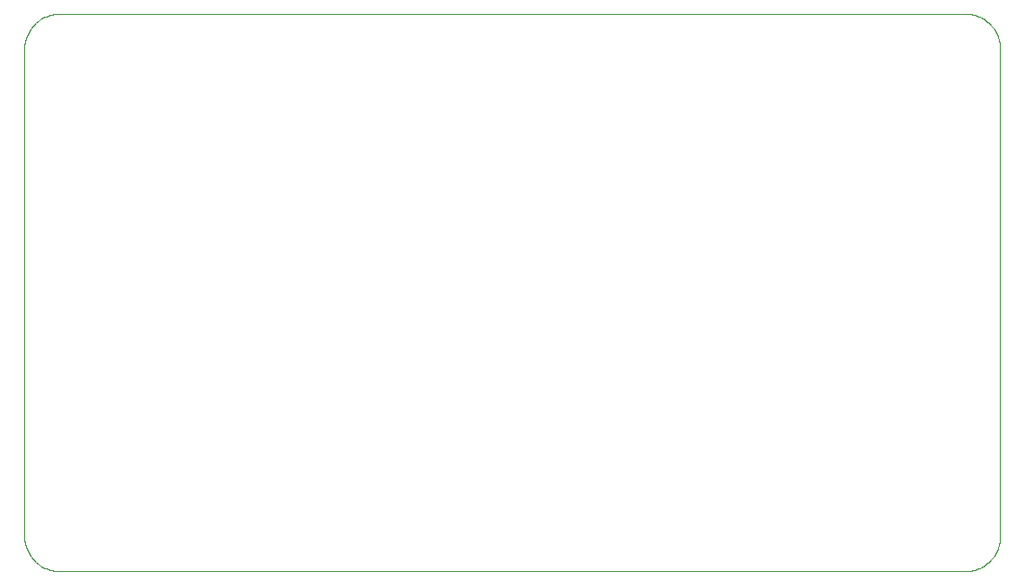
<source format=gbp>
G75*
%MOIN*%
%OFA0B0*%
%FSLAX24Y24*%
%IPPOS*%
%LPD*%
%AMOC8*
5,1,8,0,0,1.08239X$1,22.5*
%
%ADD10C,0.0000*%
D10*
X001350Y000100D02*
X033850Y000100D01*
X033918Y000102D01*
X033985Y000107D01*
X034052Y000116D01*
X034119Y000129D01*
X034184Y000146D01*
X034249Y000165D01*
X034313Y000189D01*
X034375Y000216D01*
X034436Y000246D01*
X034494Y000279D01*
X034551Y000315D01*
X034606Y000355D01*
X034659Y000397D01*
X034710Y000443D01*
X034757Y000490D01*
X034803Y000541D01*
X034845Y000594D01*
X034885Y000649D01*
X034921Y000706D01*
X034954Y000764D01*
X034984Y000825D01*
X035011Y000887D01*
X035035Y000951D01*
X035054Y001016D01*
X035071Y001081D01*
X035084Y001148D01*
X035093Y001215D01*
X035098Y001282D01*
X035100Y001350D01*
X035100Y018850D01*
X035098Y018918D01*
X035093Y018985D01*
X035084Y019052D01*
X035071Y019119D01*
X035054Y019184D01*
X035035Y019249D01*
X035011Y019313D01*
X034984Y019375D01*
X034954Y019436D01*
X034921Y019494D01*
X034885Y019551D01*
X034845Y019606D01*
X034803Y019659D01*
X034757Y019710D01*
X034710Y019757D01*
X034659Y019803D01*
X034606Y019845D01*
X034551Y019885D01*
X034494Y019921D01*
X034436Y019954D01*
X034375Y019984D01*
X034313Y020011D01*
X034249Y020035D01*
X034184Y020054D01*
X034119Y020071D01*
X034052Y020084D01*
X033985Y020093D01*
X033918Y020098D01*
X033850Y020100D01*
X001350Y020100D01*
X001282Y020098D01*
X001215Y020093D01*
X001148Y020084D01*
X001081Y020071D01*
X001016Y020054D01*
X000951Y020035D01*
X000887Y020011D01*
X000825Y019984D01*
X000764Y019954D01*
X000706Y019921D01*
X000649Y019885D01*
X000594Y019845D01*
X000541Y019803D01*
X000490Y019757D01*
X000443Y019710D01*
X000397Y019659D01*
X000355Y019606D01*
X000315Y019551D01*
X000279Y019494D01*
X000246Y019436D01*
X000216Y019375D01*
X000189Y019313D01*
X000165Y019249D01*
X000146Y019184D01*
X000129Y019119D01*
X000116Y019052D01*
X000107Y018985D01*
X000102Y018918D01*
X000100Y018850D01*
X000100Y001350D01*
X000102Y001282D01*
X000107Y001215D01*
X000116Y001148D01*
X000129Y001081D01*
X000146Y001016D01*
X000165Y000951D01*
X000189Y000887D01*
X000216Y000825D01*
X000246Y000764D01*
X000279Y000706D01*
X000315Y000649D01*
X000355Y000594D01*
X000397Y000541D01*
X000443Y000490D01*
X000490Y000443D01*
X000541Y000397D01*
X000594Y000355D01*
X000649Y000315D01*
X000706Y000279D01*
X000764Y000246D01*
X000825Y000216D01*
X000887Y000189D01*
X000951Y000165D01*
X001016Y000146D01*
X001081Y000129D01*
X001148Y000116D01*
X001215Y000107D01*
X001282Y000102D01*
X001350Y000100D01*
M02*

</source>
